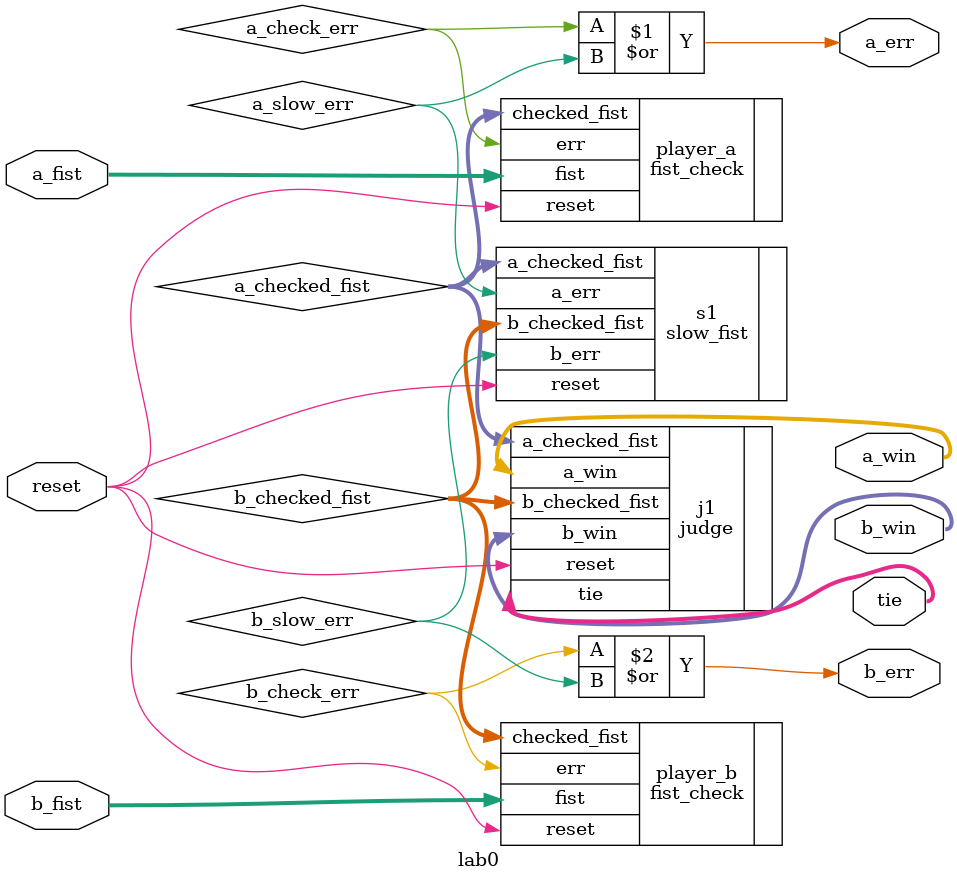
<source format=v>
`timescale 1ns / 1ps


module lab0(
    output a_err,
    output b_err,
    output [1:0]tie,
    output [5:0]a_win,
    output [5:0]b_win,
    input [2:0]a_fist,
    input [2:0]b_fist,
    input reset
    );
    wire [2:0]a_checked_fist, b_checked_fist;
    wire a_check_err, b_check_err, a_slow_err, b_slow_err;

assign a_err = (a_check_err | a_slow_err);
assign b_err = (b_check_err | b_slow_err);

fist_check player_a(
    .checked_fist(a_checked_fist),
    .err(a_check_err),
    .fist(a_fist),
    .reset(reset)
    );
    
fist_check player_b(
    .checked_fist(b_checked_fist),
    .err(b_check_err),
    .fist(b_fist),
    .reset(reset)
    );
    
slow_fist s1(
        .a_err(a_slow_err),
        .b_err(b_slow_err),
        .a_checked_fist(a_checked_fist),
        .b_checked_fist(b_checked_fist),
        .reset(reset)
        );    

judge j1(
        .a_win(a_win),
        .b_win(b_win),
        .tie(tie),
        .a_checked_fist(a_checked_fist),
        .b_checked_fist(b_checked_fist),
        .reset(reset)
        );

    
endmodule


</source>
